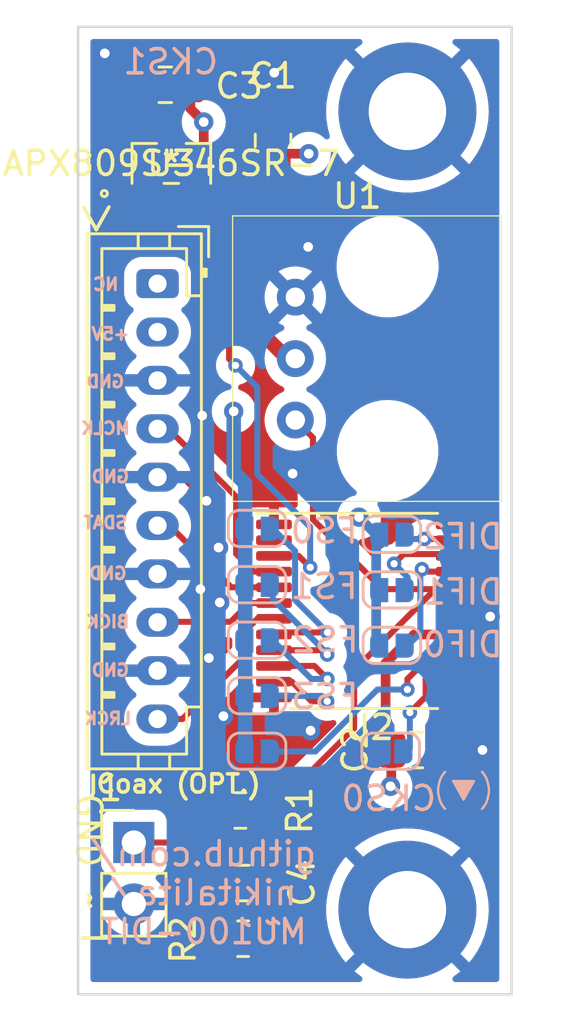
<source format=kicad_pcb>
(kicad_pcb (version 20211014) (generator pcbnew)
  (layers (0 "F.Cu" signal) (1 "In1.Cu" signal) (2 "In2.Cu" signal) (31 "B.Cu" signal) (34 "B.Paste" user) (35 "F.Paste" user) (36 "B.SilkS" user "B.Silkscreen") (37 "F.SilkS" user "F.Silkscreen") (38 "B.Mask" user) (39 "F.Mask" user) (44 "Edge.Cuts" user))
  (net 0 "")
  (net 1 "GND")
  (net 2 "+5V")
  (net 3 "/LRCK")
  (net 4 "/SDAT")
  (net 5 "/RESET")
  (net 6 "/MCLK")
  (net 7 "/FS0")
  (net 8 "/FS1")
  (net 9 "/FS2")
  (net 10 "/FS3")
  (net 11 "/TXP")
  (net 13 "/DIF0")
  (net 14 "/DIF1")
  (net 15 "/DIF2")
  (net 16 "/CKS0")
  (net 17 "/BICK")
  (net 20 "/CKS1")
  (net 23 "Net-(C4-Pad1)")
  (net 24 "Net-(C4-Pad2)")
  (footprint "Capacitor_SMD:C_0805_2012Metric_Pad1.18x1.45mm_HandSolder" (layer "F.Cu") (at 91.72 109.852 180)
    (fp_text reference "C2" (at 2.534 0.012 90) (layer "F.SilkS"))
    (fp_text value "0.1u/35V")
    (fp_line (start -0.261252 -0.735) (end 0.261252 -0.735) (layer "F.SilkS") (width 0.12))
    (fp_line (start -0.261252 0.735) (end 0.261252 0.735) (layer "F.SilkS") (width 0.12))
    (pad "1" smd roundrect (at -1.0375 0 180) (size 1.175 1.45) (layers "F.Cu" "F.Paste" "F.Mask") (roundrect_rratio 0.2127659574) (net 1 "GND"))
    (pad "2" smd roundrect (at 1.0375 0 180) (size 1.175 1.45) (layers "F.Cu" "F.Paste" "F.Mask") (roundrect_rratio 0.2127659574) (net 2 "+5V"))
  )
  (footprint "Connector_JST:JST_PH_B10B-PH-K_1x10_P2.00mm_Vertical" (layer "F.Cu") (at 81.03 90.572 -90)
    (fp_text reference "J1" (at 20.87 2.32 180) (layer "F.SilkS"))
    (fp_text value "Conn_01x10_Female")
    (fp_line (start 17.1 1.8) (end 17.1 2.3) (layer "F.SilkS") (width 0.12))
    (fp_line (start 2.9 2.3) (end 2.9 1.8) (layer "F.SilkS") (width 0.12))
    (fp_line (start 17 2.3) (end 17 1.8) (layer "F.SilkS") (width 0.12))
    (fp_line (start 10.9 2.3) (end 10.9 1.8) (layer "F.SilkS") (width 0.12))
    (fp_line (start 20.06 0.8) (end 19.45 0.8) (layer "F.SilkS") (width 0.12))
    (fp_line (start 0.5 -1.81) (end 0.5 -1.2) (layer "F.SilkS") (width 0.12))
    (fp_line (start 6.9 2.3) (end 6.9 1.8) (layer "F.SilkS") (width 0.12))
    (fp_line (start 6.9 1.8) (end 7.1 1.8) (layer "F.SilkS") (width 0.12))
    (fp_line (start 10.9 1.8) (end 11.1 1.8) (layer "F.SilkS") (width 0.12))
    (fp_line (start 16.9 2.3) (end 16.9 1.8) (layer "F.SilkS") (width 0.12))
    (fp_line (start 3.1 1.8) (end 3.1 2.3) (layer "F.SilkS") (width 0.12))
    (fp_line (start 12.9 1.8) (end 13.1 1.8) (layer "F.SilkS") (width 0.12))
    (fp_line (start 14.9 2.3) (end 14.9 1.8) (layer "F.SilkS") (width 0.12))
    (fp_line (start 1 2.3) (end 1 1.8) (layer "F.SilkS") (width 0.12))
    (fp_line (start 7.1 1.8) (end 7.1 2.3) (layer "F.SilkS") (width 0.12))
    (fp_line (start 16.9 1.8) (end 17.1 1.8) (layer "F.SilkS") (width 0.12))
    (fp_line (start 11 2.3) (end 11 1.8) (layer "F.SilkS") (width 0.12))
    (fp_line (start 20.06 2.91) (end 20.06 -1.81) (layer "F.SilkS") (width 0.12))
    (fp_line (start -2.06 -1.81) (end -2.06 2.91) (layer "F.SilkS") (width 0.12))
    (fp_line (start -2.06 2.91) (end 20.06 2.91) (layer "F.SilkS") (width 0.12))
    (fp_line (start 1.1 1.8) (end 1.1 2.3) (layer "F.SilkS") (width 0.12))
    (fp_line (start -2.36 -2.11) (end -2.36 -0.86) (layer "F.SilkS") (width 0.12))
    (fp_line (start -2.06 -0.5) (end -1.45 -0.5) (layer "F.SilkS") (width 0.12))
    (fp_line (start 5 2.3) (end 5 1.8) (layer "F.SilkS") (width 0.12))
    (fp_line (start 11.1 1.8) (end 11.1 2.3) (layer "F.SilkS") (width 0.12))
    (fp_line (start 15.1 1.8) (end 15.1 2.3) (layer "F.SilkS") (width 0.12))
    (fp_line (start 9 2.3) (end 9 1.8) (layer "F.SilkS") (width 0.12))
    (fp_line (start 3 2.3) (end 3 1.8) (layer "F.SilkS") (width 0.12))
    (fp_line (start 15 2.3) (end 15 1.8) (layer "F.SilkS") (width 0.12))
    (fp_line (start 8.9 1.8) (end 9.1 1.8) (layer "F.SilkS") (width 0.12))
    (fp_line (start 0.9 2.3) (end 0.9 1.8) (layer "F.SilkS") (width 0.12))
    (fp_line (start 14.9 1.8) (end 15.1 1.8) (layer "F.SilkS") (width 0.12))
    (fp_line (start -1.45 2.3) (end 19.45 2.3) (layer "F.SilkS") (width 0.12))
    (fp_line (start 4.9 1.8) (end 5.1 1.8) (layer "F.SilkS") (width 0.12))
    (fp_line (start 0.9 1.8) (end 1.1 1.8) (layer "F.SilkS") (width 0.12))
    (fp_line (start 4.9 2.3) (end 4.9 1.8) (layer "F.SilkS") (width 0.12))
    (fp_line (start 0.5 -1.2) (end -1.45 -1.2) (layer "F.SilkS") (width 0.12))
    (fp_line (start 13.1 1.8) (end 13.1 2.3) (layer "F.SilkS") (width 0.12))
    (fp_line (start -1.11 -2.11) (end -2.36 -2.11) (layer "F.SilkS") (width 0.12))
    (fp_line (start -0.3 -2.01) (end -0.6 -2.01) (layer "F.SilkS") (width 0.12))
    (fp_line (start -2.06 0.8) (end -1.45 0.8) (layer "F.SilkS") (width 0.12))
    (fp_line (start 12.9 2.3) (end 12.9 1.8) (layer "F.SilkS") (width 0.12))
    (fp_line (start 20.06 -0.5) (end 19.45 -0.5) (layer "F.SilkS") (width 0.12))
    (fp_line (start 19.45 2.3) (end 19.45 -1.2) (layer "F.SilkS") (width 0.12))
    (fp_line (start -1.45 -1.2) (end -1.45 2.3) (layer "F.SilkS") (width 0.12))
    (fp_line (start 9.1 1.8) (end 9.1 2.3) (layer "F.SilkS") (width 0.12))
    (fp_line (start 2.9 1.8) (end 3.1 1.8) (layer "F.SilkS") (width 0.12))
    (fp_line (start 8.9 2.3) (end 8.9 1.8) (layer "F.SilkS") (width 0.12))
    (fp_line (start -0.3 -1.91) (end -0.6 -1.91) (layer "F.SilkS") (width 0.12))
    (fp_line (start 20.06 -1.81) (end -2.06 -1.81) (layer "F.SilkS") (width 0.12))
    (fp_line (start 17.5 -1.2) (end 17.5 -1.81) (layer "F.SilkS") (width 0.12))
    (fp_line (start 5.1 1.8) (end 5.1 2.3) (layer "F.SilkS") (width 0.12))
    (fp_line (start 13 2.3) (end 13 1.8) (layer "F.SilkS") (width 0.12))
    (fp_line (start 7 2.3) (end 7 1.8) (layer "F.SilkS") (width 0.12))
    (fp_line (start -0.3 -1.81) (end -0.3 -2.01) (layer "F.SilkS") (width 0.12))
    (fp_line (start 19.45 -1.2) (end 17.5 -1.2) (layer "F.SilkS") (width 0.12))
    (fp_line (start -0.6 -2.01) (end -0.6 -1.81) (layer "F.SilkS") (width 0.12))
    (pad "1" thru_hole roundrect (at 0 0 270) (size 1.2 1.75) (drill 0.75) (layers *.Cu *.Mask) (roundrect_rratio 0.2083333333))
    (pad "2" thru_hole oval (at 2 0 270) (size 1.2 1.75) (drill 0.75) (layers *.Cu *.Mask) (net 2 "+5V"))
    (pad "3" thru_hole oval (at 4 0 270) (size 1.2 1.75) (drill 0.75) (layers *.Cu *.Mask) (net 1 "GND"))
    (pad "4" thru_hole oval (at 6 0 270) (size 1.2 1.75) (drill 0.75) (layers *.Cu *.Mask) (net 6 "/MCLK"))
    (pad "5" thru_hole oval (at 8 0 270) (size 1.2 1.75) (drill 0.75) (layers *.Cu *.Mask) (net 1 "GND"))
    (pad "6" thru_hole oval (at 10 0 270) (size 1.2 1.75) (drill 0.75) (layers *.Cu *.Mask) (net 4 "/SDAT"))
    (pad "7" thru_hole oval (at 12 0 270) (size 1.2 1.75) (drill 0.75) (layers *.Cu *.Mask) (net 1 "GND"))
    (pad "8" thru_hole oval (at 14 0 270) (size 1.2 1.75) (drill 0.75) (layers *.Cu *.Mask) (net 17 "/BICK"))
    (pad "9" thru_hole oval (at 16 0 270) (size 1.2 1.75) (drill 0.75) (layers *.Cu *.Mask) (net 1 "GND"))
    (pad "10" thru_hole oval (at 18 0 270) (size 1.2 1.75) (drill 0.75) (layers *.Cu *.Mask) (net 3 "/LRCK"))
  )
  (footprint "Package_SO:TSSOP-24_6.1x7.8mm_P0.65mm" (layer "F.Cu") (at 89.55 104.102)
    (fp_text reference "U2" (at 0.228 4.813573) (layer "F.SilkS"))
    (fp_text value "AK4103A")
    (fp_line (start 0 4.035) (end -3.05 4.035) (layer "F.SilkS") (width 0.12))
    (fp_line (start 0 4.035) (end 3.05 4.035) (layer "F.SilkS") (width 0.12))
    (fp_line (start 0 -4.035) (end 3.05 -4.035) (layer "F.SilkS") (width 0.12))
    (fp_line (start 0 -4.035) (end -4.45 -4.035) (layer "F.SilkS") (width 0.12))
    (pad "1" smd roundrect locked (at -3.7125 -3.575) (size 1.475 0.4) (layers "F.Cu" "F.Paste" "F.Mask") (net 1 "GND"))
    (pad "2" smd roundrect locked (at -3.7125 -2.925) (size 1.475 0.4) (layers "F.Cu" "F.Paste" "F.Mask") (net 1 "GND"))
    (pad "3" smd roundrect locked (at -3.7125 -2.275) (size 1.475 0.4) (layers "F.Cu" "F.Paste" "F.Mask") (net 5 "/RESET"))
    (pad "4" smd roundrect locked (at -3.7125 -1.625) (size 1.475 0.4) (layers "F.Cu" "F.Paste" "F.Mask") (net 6 "/MCLK"))
    (pad "5" smd roundrect locked (at -3.7125 -0.975) (size 1.475 0.4) (layers "F.Cu" "F.Paste" "F.Mask") (net 4 "/SDAT"))
    (pad "6" smd roundrect locked (at -3.7125 -0.325) (size 1.475 0.4) (layers "F.Cu" "F.Paste" "F.Mask") (net 17 "/BICK"))
    (pad "7" smd roundrect locked (at -3.7125 0.325) (size 1.475 0.4) (layers "F.Cu" "F.Paste" "F.Mask") (net 3 "/LRCK"))
    (pad "8" smd roundrect locked (at -3.7125 0.975) (size 1.475 0.4) (layers "F.Cu" "F.Paste" "F.Mask") (net 7 "/FS0"))
    (pad "9" smd roundrect locked (at -3.7125 1.625) (size 1.475 0.4) (layers "F.Cu" "F.Paste" "F.Mask") (net 8 "/FS1"))
    (pad "10" smd roundrect locked (at -3.7125 2.275) (size 1.475 0.4) (layers "F.Cu" "F.Paste" "F.Mask") (net 9 "/FS2"))
    (pad "11" smd roundrect locked (at -3.7125 2.925) (size 1.475 0.4) (layers "F.Cu" "F.Paste" "F.Mask") (net 10 "/FS3"))
    (pad "12" smd roundrect locked (at -3.7125 3.575) (size 1.475 0.4) (layers "F.Cu" "F.Paste" "F.Mask") (net 1 "GND"))
    (pad "13" smd roundrect locked (at 3.7125 3.575) (size 1.475 0.4) (layers "F.Cu" "F.Paste" "F.Mask"))
    (pad "14" smd roundrect locked (at 3.7125 2.925) (size 1.475 0.4) (layers "F.Cu" "F.Paste" "F.Mask"))
    (pad "15" smd roundrect locked (at 3.7125 2.275) (size 1.475 0.4) (layers "F.Cu" "F.Paste" "F.Mask") (net 16 "/CKS0"))
    (pad "16" smd roundrect locked (at 3.7125 1.625) (size 1.475 0.4) (layers "F.Cu" "F.Paste" "F.Mask") (net 20 "/CKS1"))
    (pad "17" smd roundrect locked (at 3.7125 0.975) (size 1.475 0.4) (layers "F.Cu" "F.Paste" "F.Mask") (net 2 "+5V"))
    (pad "18" smd roundrect locked (at 3.7125 0.325) (size 1.475 0.4) (layers "F.Cu" "F.Paste" "F.Mask") (net 1 "GND"))
    (pad "19" smd roundrect locked (at 3.7125 -0.325) (size 1.475 0.4) (layers "F.Cu" "F.Paste" "F.Mask"))
    (pad "20" smd roundrect locked (at 3.7125 -0.975) (size 1.475 0.4) (layers "F.Cu" "F.Paste" "F.Mask") (net 11 "/TXP"))
    (pad "21" smd roundrect locked (at 3.7125 -1.625) (size 1.475 0.4) (layers "F.Cu" "F.Paste" "F.Mask") (net 13 "/DIF0"))
    (pad "22" smd roundrect locked (at 3.7125 -2.275) (size 1.475 0.4) (layers "F.Cu" "F.Paste" "F.Mask") (net 14 "/DIF1"))
    (pad "23" smd roundrect locked (at 3.7125 -2.925) (size 1.475 0.4) (layers "F.Cu" "F.Paste" "F.Mask") (net 15 "/DIF2"))
    (pad "24" smd roundrect locked (at 3.7125 -3.575) (size 1.475 0.4) (layers "F.Cu" "F.Paste" "F.Mask"))
  )
  (footprint "MountingHole:MountingHole_3.2mm_M3_ISO7380_Pad_TopBottom" (layer "F.Cu") (at 91.35 83.452)
    (fp_text reference "H1" hide)
    (fp_text value "MountingHole_Pad")
    (pad "1" connect circle (at 0 0) (size 5.7 5.7) (layers "F.Cu" "F.Mask") (net 1 "GND"))
    (pad "1" connect circle (at 0 0) (size 5.7 5.7) (layers "B.Cu" "B.Mask") (net 1 "GND"))
    (pad "1" thru_hole circle (at 0 0) (size 3.6 3.6) (drill 3.2) (layers *.Cu *.Mask) (net 1 "GND"))
  )
  (footprint "Capacitor_SMD:C_0805_2012Metric_Pad1.18x1.45mm_HandSolder" (layer "F.Cu") (at 81.35 82.352)
    (fp_text reference "C3" (at 3.05 0.05) (layer "F.SilkS"))
    (fp_text value "0.1u/35V")
    (fp_line (start -0.261252 -0.735) (end 0.261252 -0.735) (layer "F.SilkS") (width 0.12))
    (fp_line (start -0.261252 0.735) (end 0.261252 0.735) (layer "F.SilkS") (width 0.12))
    (pad "1" smd roundrect (at -1.0375 0) (size 1.175 1.45) (layers "F.Cu" "F.Paste" "F.Mask") (roundrect_rratio 0.2127659574) (net 1 "GND"))
    (pad "2" smd roundrect (at 1.0375 0) (size 1.175 1.45) (layers "F.Cu" "F.Paste" "F.Mask") (roundrect_rratio 0.2127659574) (net 2 "+5V"))
  )
  (footprint "footprints:Toshiba_TOTX177" (layer "F.Cu") (at 89.09 89.852 -90)
    (fp_text reference "U1" (at -2.9 -0.19) (layer "F.SilkS"))
    (fp_text value "TOTX-177L")
    (fp_rect (start -2.08 -6.14) (end 9.72 4.96) (layer "F.SilkS") (width 0.05) (fill none))
    (pad "" np_thru_hole circle (at 0.01 -1.44 270) (size 3.2 3.2) (drill 3.2) (layers *.Cu *.Mask))
    (pad "" np_thru_hole circle (at 7.63 -1.44 270) (size 3.2 3.2) (drill 3.2) (layers F&B.Cu *.Mask) (clearance 0.5))
    (pad "1" thru_hole circle (at 1.28 2.37 270) (size 1.524 1.524) (drill 0.8) (layers *.Cu *.Mask) (net 1 "GND"))
    (pad "2" thru_hole circle (at 3.82 2.37 270) (size 1.524 1.524) (drill 0.8) (layers *.Cu *.Mask) (net 2 "+5V"))
    (pad "3" thru_hole circle (at 6.36 2.37 270) (size 1.524 1.524) (drill 0.8) (layers *.Cu *.Mask) (net 11 "/TXP"))
  )
  (footprint "APX809S:APX809S-46SA-7" (layer "F.Cu") (at 81.6 85.602)
    (fp_text reference "U3" (at 0 0) (layer "F.SilkS"))
    (fp_text value "APX809S-46SR-7" (at 0 0) (layer "F.SilkS"))
    (fp_text user "*" (at 0 0) (layer "F.SilkS"))
    (fp_line (start -0.61214 -0.8255) (end -1.6256 -0.8255) (layer "F.SilkS") (width 0.12))
    (fp_line (start 1.6256 -0.8255) (end 0.61214 -0.8255) (layer "F.SilkS") (width 0.12))
    (fp_line (start 1.6256 0.8255) (end 1.6256 -0.8255) (layer "F.SilkS") (width 0.12))
    (fp_line (start -1.6256 -0.8255) (end -1.6256 0.8255) (layer "F.SilkS") (width 0.12))
    (fp_line (start -0.302859 0.8255) (end 0.302859 0.8255) (layer "F.SilkS") (width 0.12))
    (fp_circle (center -2.7686 1.2446) (end -2.6416 1.2446) (layer "F.SilkS") (width 0.12) (fill none))
    (pad "1" smd rect locked (at -0.914999 0.9652) (size 0.5588 1.27) (layers "F.Cu" "F.Paste" "F.Mask") (net 5 "/RESET"))
    (pad "2" smd rect locked (at 0.914999 0.9652) (size 0.5588 1.27) (layers "F.Cu" "F.Paste" "F.Mask") (net 1 "GND"))
    (pad "3" smd rect locked (at 0 -0.9652) (size 0.5588 1.27) (layers "F.Cu" "F.Paste" "F.Mask") (net 2 "+5V"))
  )
  (footprint "Capacitor_SMD:C_0805_2012Metric_Pad1.18x1.45mm_HandSolder" (layer "F.Cu") (at 85.8 84.652 -90)
    (fp_text reference "C1" (at -2.672 0) (layer "F.SilkS"))
    (fp_text value "0.1u/35V")
    (fp_line (start -0.261252 -0.735) (end 0.261252 -0.735) (layer "F.SilkS") (width 0.12))
    (fp_line (start -0.261252 0.735) (end 0.261252 0.735) (layer "F.SilkS") (width 0.12))
    (pad "1" smd roundrect (at -1.0375 0 270) (size 1.175 1.45) (layers "F.Cu" "F.Paste" "F.Mask") (roundrect_rratio 0.2127659574) (net 1 "GND"))
    (pad "2" smd roundrect (at 1.0375 0 270) (size 1.175 1.45) (layers "F.Cu" "F.Paste" "F.Mask") (roundrect_rratio 0.2127659574) (net 2 "+5V"))
  )
  (footprint "MountingHole:MountingHole_3.2mm_M3_ISO7380_Pad_TopBottom" (layer "F.Cu") (at 91.35 116.452)
    (fp_text reference "H2" hide)
    (fp_text value "MountingHole_Pad")
    (pad "1" connect circle (at 0 0) (size 5.7 5.7) (layers "B.Cu" "B.Mask") (net 1 "GND"))
    (pad "1" connect circle (at 0 0) (size 5.7 5.7) (layers "F.Cu" "F.Mask") (net 1 "GND"))
    (pad "1" thru_hole circle (at 0 0) (size 3.6 3.6) (drill 3.2) (layers *.Cu *.Mask) (net 1 "GND"))
  )
  (footprint "Connector_PinHeader_2.54mm:PinHeader_1x02_P2.54mm_Vertical" (layer "F.Cu") (at 80.05 113.677)
    (fp_text reference "J2" hide)
    (fp_text value "Conn_01x02_Male")
    (fp_line (start -1.33 3.87) (end 1.33 3.87) (layer "F.SilkS") (width 0.12))
    (fp_line (start -1.33 0) (end -1.33 -1.33) (layer "F.SilkS") (width 0.12))
    (fp_line (start 1.33 1.27) (end 1.33 3.87) (layer "F.SilkS") (width 0.12))
    (fp_line (start -1.33 -1.33) (end 0 -1.33) (layer "F.SilkS") (width 0.12))
    (fp_line (start -1.33 1.27) (end -1.33 3.87) (layer "F.SilkS") (width 0.12))
    (fp_line (start -1.33 1.27) (end 1.33 1.27) (layer "F.SilkS") (width 0.12))
    (pad "1" thru_hole rect (at 0 0) (size 1.7 1.7) (drill 1) (layers *.Cu *.Mask) (net 24 "Net-(C4-Pad2)"))
    (pad "2" thru_hole oval (at 0 2.54) (size 1.7 1.7) (drill 1) (layers *.Cu *.Mask) (net 1 "GND"))
  )
  (footprint "Capacitor_SMD:C_0805_2012Metric_Pad1.18x1.45mm_HandSolder" (layer "F.Cu") (at 84.55 115.352 180)
    (fp_text reference "C4" (at -2.448572 0 90) (layer "F.SilkS"))
    (fp_text value "0.1u/35V")
    (fp_line (start -0.261252 0.735) (end 0.261252 0.735) (layer "F.SilkS") (width 0.12))
    (fp_line (start -0.261252 -0.735) (end 0.261252 -0.735) (layer "F.SilkS") (width 0.12))
    (pad "1" smd roundrect (at -1.0375 0 180) (size 1.175 1.45) (layers "F.Cu" "F.Paste" "F.Mask") (roundrect_rratio 0.2127659574) (net 23 "Net-(C4-Pad1)"))
    (pad "2" smd roundrect (at 1.0375 0 180) (size 1.175 1.45) (layers "F.Cu" "F.Paste" "F.Mask") (roundrect_rratio 0.2127659574) (net 24 "Net-(C4-Pad2)"))
  )
  (footprint "Resistor_SMD:R_0805_2012Metric_Pad1.20x1.40mm_HandSolder" (layer "F.Cu") (at 84.564 117.652)
    (fp_text reference "R2" (at -2.478572 0.05 90) (layer "F.SilkS"))
    (fp_text value "100")
    (fp_line (start -0.227064 -0.735) (end 0.227064 -0.735) (layer "F.SilkS") (width 0.12))
    (fp_line (start -0.227064 0.735) (end 0.227064 0.735) (layer "F.SilkS") (width 0.12))
    (pad "1" smd roundrect (at -1 0) (size 1.2 1.4) (layers "F.Cu" "F.Paste" "F.Mask") (roundrect_rratio 0.2083333333) (net 1 "GND"))
    (pad "2" smd roundrect (at 1 0) (size 1.2 1.4) (layers "F.Cu" "F.Paste" "F.Mask") (roundrect_rratio 0.2083333333) (net 23 "Net-(C4-Pad1)"))
  )
  (footprint "Resistor_SMD:R_0805_2012Metric_Pad1.20x1.40mm_HandSolder" (layer "F.Cu") (at 84.45 112.352 180)
    (fp_text reference "R1" (at -2.448572 0 90) (layer "F.SilkS"))
    (fp_text value "330")
    (fp_line (start -0.227064 0.735) (end 0.227064 0.735) (layer "F.SilkS") (width 0.12))
    (fp_line (start -0.227064 -0.735) (end 0.227064 -0.735) (layer "F.SilkS") (width 0.12))
    (pad "1" smd roundrect (at -1 0 180) (size 1.2 1.4) (layers "F.Cu" "F.Paste" "F.Mask") (roundrect_rratio 0.2083333333) (net 11 "/TXP"))
    (pad "2" smd roundrect (at 1 0 180) (size 1.2 1.4) (layers "F.Cu" "F.Paste" "F.Mask") (roundrect_rratio 0.2083333333) (net 23 "Net-(C4-Pad1)"))
  )
  (footprint "footprints:SolderJumper-Open_RoundedPad-custom" (layer "B.Cu") (at 85.14 105.312)
    (fp_text reference "JP3" hide)
    (fp_text value "Jumper_NO_Small")
    (fp_line (start -1.19 -0.26) (end -1.19 0.34) (layer "B.SilkS") (width 0.12))
    (fp_line (start -0.7 0.75) (end 0.76 0.75) (layer "B.SilkS") (width 0.12))
    (fp_line (start 0.7 -0.75) (end -0.78 -0.75) (layer "B.SilkS") (width 0.12))
    (fp_line (start 1.18706 0.257661) (end 1.18706 -0.342339) (layer "B.SilkS") (width 0.12))
    (fp_arc (start 1.189342 0.255081) (mid 1.07706 0.577661) (end 0.779342 0.745081) (layer "B.SilkS") (width 0.12))
    (fp_arc (start -1.192282 -0.25742) (mid -1.08 -0.58) (end -0.782282 -0.74742) (layer "B.SilkS") (width 0.12))
    (fp_arc (start 0.69706 -0.752339) (mid 1.01964 -0.640057) (end 1.18706 -0.342339) (layer "B.SilkS") (width 0.12))
    (fp_arc (start -0.7 0.75) (mid -1.02258 0.637718) (end -1.19 0.34) (layer "B.SilkS") (width 0.12))
    (pad "1" smd custom (at -0.65 0.01) (size 0.5 0.5) (layers "B.Cu" "B.Mask") (net 2 "+5V") (options (clearance outline) (anchor rect)) (primitives (gr_circle (center 0 -0.25) (end 0.25 -0.25) (width 0) (fill yes)) (gr_circle (center 0 0.25) (end 0.25 0.25) (width 0) (fill yes)) (gr_poly (pts (xy 0.5 0.5) (xy 0 0.5) (xy 0 -0.5) (xy 0.5 -0.5)) (width 0) (fill yes))))
    (pad "2" smd custom (at 0.65 0.01 180) (size 0.5 0.5) (layers "B.Cu" "B.Mask") (net 9 "/FS2") (options (clearance outline) (anchor rect)) (primitives (gr_circle (center 0 -0.25) (end 0.25 -0.25) (width 0) (fill yes)) (gr_circle (center 0 0.25) (end 0.25 0.25) (width 0) (fill yes)) (gr_poly (pts (xy 0.5 0.5) (xy 0 0.5) (xy 0 -0.5) (xy 0.5 -0.5)) (width 0) (fill yes))))
  )
  (footprint "footprints:SolderJumper-Open_RoundedPad-custom" (layer "B.Cu") (at 85.14 109.902)
    (fp_text reference "JP9" hide)
    (fp_text value "Jumper_NO_Small")
    (fp_line (start 0.7 -0.75) (end -0.78 -0.75) (layer "B.SilkS") (width 0.12))
    (fp_line (start -0.7 0.75) (end 0.76 0.75) (layer "B.SilkS") (width 0.12))
    (fp_line (start 1.18706 0.257661) (end 1.18706 -0.342339) (layer "B.SilkS") (width 0.12))
    (fp_line (start -1.19 -0.26) (end -1.19 0.34) (layer "B.SilkS") (width 0.12))
    (fp_arc (start 0.69706 -0.752339) (mid 1.01964 -0.640057) (end 1.18706 -0.342339) (layer "B.SilkS") (width 0.12))
    (fp_arc (start 1.189342 0.255081) (mid 1.07706 0.577661) (end 0.779342 0.745081) (layer "B.SilkS") (width 0.12))
    (fp_arc (start -1.192282 -0.25742) (mid -1.08 -0.58) (end -0.782282 -0.74742) (layer "B.SilkS") (width 0.12))
    (fp_arc (start -0.7 0.75) (mid -1.02258 0.637718) (end -1.19 0.34) (layer "B.SilkS") (width 0.12))
    (pad "1" smd custom (at -0.65 0.01) (size 0.5 0.5) (layers "B.Cu" "B.Mask") (net 2 "+5V") (options (clearance outline) (anchor rect)) (primitives (gr_circle (center 0 -0.25) (end 0.25 -0.25) (width 0) (fill yes)) (gr_circle (center 0 0.25) (end 0.25 0.25) (width 0) (fill yes)) (gr_poly (pts (xy 0.5 0.5) (xy 0 0.5) (xy 0 -0.5) (xy 0.5 -0.5)) (width 0) (fill yes))))
    (pad "2" smd custom (at 0.65 0.01 180) (size 0.5 0.5) (layers "B.Cu" "B.Mask") (net 20 "/CKS1") (options (clearance outline) (anchor rect)) (primitives (gr_circle (center 0 -0.25) (end 0.25 -0.25) (width 0) (fill yes)) (gr_circle (center 0 0.25) (end 0.25 0.25) (width 0) (fill yes)) (gr_poly (pts (xy 0.5 0.5) (xy 0 0.5) (xy 0 -0.5) (xy 0.5 -0.5)) (width 0) (fill yes))))
  )
  (footprint "footprints:SolderJumper-Open_RoundedPad-custom" (layer "B.Cu") (at 85.14 103.017)
    (fp_text reference "JP2" hide)
    (fp_text value "Jumper_NO_Small")
    (fp_line (start -0.7 0.75) (end 0.76 0.75) (layer "B.SilkS") (width 0.12))
    (fp_line (start 1.18706 0.257661) (end 1.18706 -0.342339) (layer "B.SilkS") (width 0.12))
    (fp_line (start 0.7 -0.75) (end -0.78 -0.75) (layer "B.SilkS") (width 0.12))
    (fp_line (start -1.19 -0.26) (end -1.19 0.34) (layer "B.SilkS") (width 0.12))
    (fp_arc (start 0.69706 -0.752339) (mid 1.01964 -0.640057) (end 1.18706 -0.342339) (layer "B.SilkS") (width 0.12))
    (fp_arc (start -0.7 0.75) (mid -1.02258 0.637718) (end -1.19 0.34) (layer "B.SilkS") (width 0.12))
    (fp_arc (start 1.189342 0.255081) (mid 1.07706 0.577661) (end 0.779342 0.745081) (layer "B.SilkS") (width 0.12))
    (fp_arc (start -1.192282 -0.25742) (mid -1.08 -0.58) (end -0.782282 -0.74742) (layer "B.SilkS") (width 0.12))
    (pad "1" smd custom (at -0.65 0.01) (size 0.5 0.5) (layers "B.Cu" "B.Mask") (net 2 "+5V") (options (clearance outline) (anchor rect)) (primitives (gr_circle (center 0 -0.25) (end 0.25 -0.25) (width 0) (fill yes)) (gr_circle (center 0 0.25) (end 0.25 0.25) (width 0) (fill yes)) (gr_poly (pts (xy 0.5 0.5) (xy 0 0.5) (xy 0 -0.5) (xy 0.5 -0.5)) (width 0) (fill yes))))
    (pad "2" smd custom (at 0.65 0.01 180) (size 0.5 0.5) (layers "B.Cu" "B.Mask") (net 8 "/FS1") (options (clearance outline) (anchor rect)) (primitives (gr_circle (center 0 -0.25) (end 0.25 -0.25) (width 0) (fill yes)) (gr_circle (center 0 0.25) (end 0.25 0.25) (width 0) (fill yes)) (gr_poly (pts (xy 0.5 0.5) (xy 0 0.5) (xy 0 -0.5) (xy 0.5 -0.5)) (width 0) (fill yes))))
  )
  (footprint "footprints:SolderJumper-Open_RoundedPad-custom" (layer "B.Cu") (at 90.71 100.937)
    (fp_text reference "JP7" hide)
    (fp_text value "Jumper_NO_Small")
    (fp_line (start 0.7 -0.75) (end -0.78 -0.75) (layer "B.SilkS") (width 0.12))
    (fp_line (start 1.18706 0.257661) (end 1.18706 -0.342339) (layer "B.SilkS") (width 0.12))
    (fp_line (start -1.19 -0.26) (end -1.19 0.34) (layer "B.SilkS") (width 0.12))
    (fp_line (start -0.7 0.75) (end 0.76 0.75) (layer "B.SilkS") (width 0.12))
    (fp_arc (start -1.192282 -0.25742) (mid -1.08 -0.58) (end -0.782282 -0.74742) (layer "B.SilkS") (width 0.12))
    (fp_arc (start -0.7 0.75) (mid -1.02258 0.637718) (end -1.19 0.34) (layer "B.SilkS") (width 0.12))
    (fp_arc (start 1.189342 0.255081) (mid 1.07706 0.577661) (end 0.779342 0.745081) (layer "B.SilkS") (width 0.12))
    (fp_arc (start 0.69706 -0.752339) (mid 1.01964 -0.640057) (end 1.18706 -0.342339) (layer "B.SilkS") (width 0.12))
    (pad "1" smd custom (at -0.65 0.01) (size 0.5 0.5) (layers "B.Cu" "B.Mask") (net 2 "+5V") (options (clearance outline) (anchor rect)) (primitives (gr_circle (center 0 -0.25) (end 0.25 -0.25) (width 0) (fill yes)) (gr_circle (center 0 0.25) (end 0.25 0.25) (width 0) (fill yes)) (gr_poly (pts (xy 0.5 0.5) (xy 0 0.5) (xy 0 -0.5) (xy 0.5 -0.5)) (width 0) (fill yes))))
    (pad "2" smd custom (at 0.65 0.01 180) (size 0.5 0.5) (layers "B.Cu" "B.Mask") (net 15 "/DIF2") (options (clearance outline) (anchor rect)) (primitives (gr_circle (center 0 -0.25) (end 0.25 -0.25) (width 0) (fill yes)) (gr_circle (center 0 0.25) (end 0.25 0.25) (width 0) (fill yes)) (gr_poly (pts (xy 0.5 0.5) (xy 0 0.5) (xy 0 -0.5) (xy 0.5 -0.5)) (width 0) (fill yes))))
  )
  (footprint "footprints:SolderJumper-Open_RoundedPad-custom" (layer "B.Cu") (at 85.14 100.692)
    (fp_text reference "JP1" hide)
    (fp_text value "Jumper_NO_Small")
    (fp_line (start -0.7 0.75) (end 0.76 0.75) (layer "B.SilkS") (width 0.12))
    (fp_line (start 1.18706 0.257661) (end 1.18706 -0.342339) (layer "B.SilkS") (width 0.12))
    (fp_line (start -1.19 -0.26) (end -1.19 0.34) (layer "B.SilkS") (width 0.12))
    (fp_line (start 0.7 -0.75) (end -0.78 -0.75) (layer "B.SilkS") (width 0.12))
    (fp_arc (start -1.192282 -0.25742) (mid -1.08 -0.58) (end -0.782282 -0.74742) (layer "B.SilkS") (width 0.12))
    (fp_arc (start 0.69706 -0.752339) (mid 1.01964 -0.640057) (end 1.18706 -0.342339) (layer "B.SilkS") (width 0.12))
    (fp_arc (start -0.7 0.75) (mid -1.02258 0.637718) (end -1.19 0.34) (layer "B.SilkS") (width 0.12))
    (fp_arc (start 1.189342 0.255081) (mid 1.07706 0.577661) (end 0.779342 0.745081) (layer "B.SilkS") (width 0.12))
    (pad "1" smd custom (at -0.65 0.01) (size 0.5 0.5) (layers "B.Cu" "B.Mask") (net 2 "+5V") (options (clearance outline) (anchor rect)) (primitives (gr_circle (center 0 -0.25) (end 0.25 -0.25) (width 0) (fill yes)) (gr_circle (center 0 0.25) (end 0.25 0.25) (width 0) (fill yes)) (gr_poly (pts (xy 0.5 0.5) (xy 0 0.5) (xy 0 -0.5) (xy 0.5 -0.5)) (width 0) (fill yes))))
    (pad "2" smd custom (at 0.65 0.01 180) (size 0.5 0.5) (layers "B.Cu" "B.Mask") (net 7 "/FS0") (options (clearance outline) (anchor rect)) (primitives (gr_circle (center 0 -0.25) (end 0.25 -0.25) (width 0) (fill yes)) (gr_circle (center 0 0.25) (end 0.25 0.25) (width 0) (fill yes)) (gr_poly (pts (xy 0.5 0.5) (xy 0 0.5) (xy 0 -0.5) (xy 0.5 -0.5)) (width 0) (fill yes))))
  )
  (footprint "footprints:SolderJumper-Open_RoundedPad-custom" (layer "B.Cu") (at 90.71 103.232)
    (fp_text reference "JP6" hide)
    (fp_text value "Jumper_NO_Small")
    (fp_line (start -0.7 0.75) (end 0.76 0.75) (layer "B.SilkS") (width 0.12))
    (fp_line (start -1.19 -0.26) (end -1.19 0.34) (layer "B.SilkS") (width 0.12))
    (fp_line (start 1.18706 0.257661) (end 1.18706 -0.342339) (layer "B.SilkS") (width 0.12))
    (fp_line (start 0.7 -0.75) (end -0.78 -0.75) (layer "B.SilkS") (width 0.12))
    (fp_arc (start -0.7 0.75) (mid -1.02258 0.637718) (end -1.19 0.34) (layer "B.SilkS") (width 0.12))
    (fp_arc (start 0.69706 -0.752339) (mid 1.01964 -0.640057) (end 1.18706 -0.342339) (layer "B.SilkS") (width 0.12))
    (fp_arc (start 1.189342 0.255081) (mid 1.07706 0.577661) (end 0.779342 0.745081) (layer "B.SilkS") (width 0.12))
    (fp_arc (start -1.192282 -0.25742) (mid -1.08 -0.58) (end -0.782282 -0.74742) (layer "B.SilkS") (width 0.12))
    (pad "1" smd custom (at -0.65 0.01) (size 0.5 0.5) (layers "B.Cu" "B.Mask") (net 2 "+5V") (options (clearance outline) (anchor rect)) (primitives (gr_circle (center 0 -0.25) (end 0.25 -0.25) (width 0) (fill yes)) (gr_circle (center 0 0.25) (end 0.25 0.25) (width 0) (fill yes)) (gr_poly (pts (xy 0.5 0.5) (xy 0 0.5) (xy 0 -0.5) (xy 0.5 -0.5)) (width 0) (fill yes))))
    (pad "2" smd custom (at 0.65 0.01 180) (size 0.5 0.5) (layers "B.Cu" "B.Mask") (net 14 "/DIF1") (options (clearance outline) (anchor rect)) (primitives (gr_circle (center 0 -0.25) (end 0.25 -0.25) (width 0) (fill yes)) (gr_circle (center 0 0.25) (end 0.25 0.25) (width 0) (fill yes)) (gr_poly (pts (xy 0.5 0.5) (xy 0 0.5) (xy 0 -0.5) (xy 0.5 -0.5)) (width 0) (fill yes))))
  )
  (footprint "footprints:SolderJumper-Open_RoundedPad-custom" (layer "B.Cu") (at 90.66 109.902)
    (fp_text reference "JP8" hide)
    (fp_text value "Jumper_NO_Small")
    (fp_line (start -1.19 -0.26) (end -1.19 0.34) (layer "B.SilkS") (width 0.12))
    (fp_line (start 1.18706 0.257661) (end 1.18706 -0.342339) (layer "B.SilkS") (width 0.12))
    (fp_line (start 0.7 -0.75) (end -0.78 -0.75) (layer "B.SilkS") (width 0.12))
    (fp_line (start -0.7 0.75) (end 0.76 0.75) (layer "B.SilkS") (width 0.12))
    (fp_arc (start -1.192282 -0.25742) (mid -1.08 -0.58) (end -0.782282 -0.74742) (layer "B.SilkS") (width 0.12))
    (fp_arc (start -0.7 0.75) (mid -1.02258 0.637718) (end -1.19 0.34) (layer "B.SilkS") (width 0.12))
    (fp_arc (start 1.189342 0.255081) (mid 1.07706 0.577661) (end 0.779342 0.745081) (layer "B.SilkS") (width 0.12))
    (fp_arc (start 0.69706 -0.752339) (mid 1.01964 -0.640057) (end 1.18706 -0.342339) (layer "B.SilkS") (width 0.12))
    (pad "1" smd custom (at -0.65 0.01) (size 0.5 0.5) (layers "B.Cu" "B.Mask") (net 1 "GND") (options (clearance outline) (anchor rect)) (primitives (gr_circle (center 0 -0.25) (end 0.25 -0.25) (width 0) (fill yes)) (gr_circle (center 0 0.25) (end 0.25 0.25) (width 0) (fill yes)) (gr_poly (pts (xy 0.5 0.5) (xy 0 0.5) (xy 0 -0.5) (xy 0.5 -0.5)) (width 0) (fill yes))))
    (pad "2" smd custom (at 0.65 0.01 180) (size 0.5 0.5) (layers "B.Cu" "B.Mask") (net 16 "/CKS0") (options (clearance outline) (anchor rect)) (primitives (gr_circle (center 0 -0.25) (end 0.25 -0.25) (width 0) (fill yes)) (gr_circle (center 0 0.25) (end 0.25 0.25) (width 0) (fill yes)) (gr_poly (pts (xy 0.5 0.5) (xy 0 0.5) (xy 0 -0.5) (xy 0.5 -0.5)) (width 0) (fill yes))))
  )
  (footprint "footprints:SolderJumper-Open_RoundedPad-custom" (layer "B.Cu") (at 90.71 105.527)
    (fp_text reference "JP5" hide)
    (fp_text value "Jumper_NO_Small")
    (fp_line (start -1.19 -0.26) (end -1.19 0.34) (layer "B.SilkS") (width 0.12))
    (fp_line (start 0.7 -0.75) (end -0.78 -0.75) (layer "B.SilkS") (width 0.12))
    (fp_line (start -0.7 0.75) (end 0.76 0.75) (layer "B.SilkS") (width 0.12))
    (fp_line (start 1.18706 0.257661) (end 1.18706 -0.342339) (layer "B.SilkS") (width 0.12))
    (fp_arc (start -1.192282 -0.25742) (mid -1.08 -0.58) (end -0.782282 -0.74742) (layer "B.SilkS") (width 0.12))
    (fp_arc (start 1.189342 0.255081) (mid 1.07706 0.577661) (end 0.779342 0.745081) (layer "B.SilkS") (width 0.12))
    (fp_arc (start 0.69706 -0.752339) (mid 1.01964 -0.640057) (end 1.18706 -0.342339) (layer "B.SilkS") (width 0.12))
    (fp_arc (start -0.7 0.75) (mid -1.02258 0.637718) (end -1.19 0.34) (layer "B.SilkS") (width 0.12))
    (pad "1" smd custom (at -0.65 0.01) (size 0.5 0.5) (layers "B.Cu" "B.Mask") (net 2 "+5V") (options (clearance outline) (anchor rect)) (primitives (gr_circle (center 0 -0.25) (end 0.25 -0.25) (width 0) (fill yes)) (gr_circle (center 0 0.25) (end 0.25 0.25) (width 0) (fill yes)) (gr_poly (pts (xy 0.5 0.5) (xy 0 0.5) (xy 0 -0.5) (xy 0.5 -0.5)) (width 0) (fill yes))))
    (pad "2" smd custom (at 0.65 0.01 180) (size 0.5 0.5) (layers "B.Cu" "B.Mask") (net 13 "/DIF0") (options (clearance outline) (anchor rect)) (primitives (gr_circle (center 0 -0.25) (end 0.25 -0.25) (width 0) (fill yes)) (gr_circle (center 0 0.25) (end 0.25 0.25) (width 0) (fill yes)) (gr_poly (pts (xy 0.5 0.5) (xy 0 0.5) (xy 0 -0.5) (xy 0.5 -0.5)) (width 0) (fill yes))))
  )
  (footprint "footprints:SolderJumper-Open_RoundedPad-custom" (layer "B.Cu") (at 85.14 107.607)
    (fp_text reference "JP4" hide)
    (fp_text value "Jumper_NO_Small")
    (fp_line (start -1.19 -0.26) (end -1.19 0.34) (layer "B.SilkS") (width 0.12))
    (fp_line (start -0.7 0.75) (end 0.76 0.75) (layer "B.SilkS") (width 0.12))
    (fp_line (start 0.7 -0.75) (end -0.78 -0.75) (layer "B.SilkS") (width 0.12))
    (fp_line (start 1.18706 0.257661) (end 1.18706 -0.342339) (layer "B.SilkS") (width 0.12))
    (fp_arc (start -0.7 0.75) (mid -1.02258 0.637718) (end -1.19 0.34) (layer "B.SilkS") (width 0.12))
    (fp_arc (start -1.192282 -0.25742) (mid -1.08 -0.58) (end -0.782282 -0.74742) (layer "B.SilkS") (width 0.12))
    (fp_arc (start 1.189342 0.255081) (mid 1.07706 0.577661) (end 0.779342 0.745081) (layer "B.SilkS") (width 0.12))
    (fp_arc (start 0.69706 -0.752339) (mid 1.01964 -0.640057) (end 1.18706 -0.342339) (layer "B.SilkS") (width 0.12))
    (pad "1" smd custom (at -0.65 0.01) (size 0.5 0.5) (layers "B.Cu" "B.Mask") (net 2 "+5V") (options (clearance outline) (anchor rect)) (primitives (gr_circle (center 0 -0.25) (end 0.25 -0.25) (width 0) (fill yes)) (gr_circle (center 0 0.25) (end 0.25 0.25) (width 0) (fill yes)) (gr_poly (pts (xy 0.5 0.5) (xy 0 0.5) (xy 0 -0.5) (xy 0.5 -0.5)) (width 0) (fill yes))))
    (pad "2" smd custom (at 0.65 0.01 180) (size 0.5 0.5) (layers "B.Cu" "B.Mask") (net 10 "/FS3") (options (clearance outline) (anchor rect)) (primitives (gr_circle (center 0 -0.25) (end 0.25 -0.25) (width 0) (fill yes)) (gr_circle (center 0 0.25) (end 0.25 0.25) (width 0) (fill yes)) (gr_poly (pts (xy 0.5 0.5) (xy 0 0.5) (xy 0 -0.5) (xy 0.5 -0.5)) (width 0) (fill yes))))
  )
  (gr_line (start 79.02 87.407) (end 78.5 88.337) (layer "F.SilkS") (width 0.15))
  (gr_line (start 78.96 117.624) (end 77.92 117.624) (layer "F.SilkS") (width 0.15))
  (gr_line (start 77.98 87.412) (end 78.5 88.342) (layer "F.SilkS") (width 0.15))
  (gr_rect (start 77.75 79.952) (end 95.65 119.952) (layer "Edge.Cuts") (width 0.1) (fill none))
  (gr_text "GND" (at 78.88 94.622) (layer "B.SilkS") (effects (font (size 0.5 0.5)) (justify mirror)))
  (gr_text "GND" (at 79.08 106.552) (layer "B.SilkS") (effects (font (size 0.5 0.5)) (justify mirror)))
  (gr_text "LRCK" (at 78.98 108.552) (layer "B.SilkS") (effects (font (size 0.5 0.5)) (justify mirror)))
  (gr_text "CKS0" (at 90.58 111.852) (layer "B.SilkS") (effects (font (size 1 1)) (justify mirror)))
  (gr_text "(▼)" (at 93.667978 111.443173) (layer "B.SilkS") (effects (font (size 1 1) (thickness 0.1)) (justify mirror)))
  (gr_text "DIF0" (at 93.629524 105.495) (layer "B.SilkS") (effects (font (size 1 1)) (justify mirror)))
  (gr_text "DIF2" (at 93.629524 101.034) (layer "B.SilkS") (effects (font (size 1 1)) (justify mirror)))
  (gr_text "MCLK" (at 78.88 96.552) (layer "B.SilkS") (effects (font (size 0.5 0.5)) (justify mirror)))
  (gr_text "BICK" (at 78.98 104.552) (layer "B.SilkS") (effects (font (size 0.5 0.5)) (justify mirror)))
  (gr_text "GND" (at 78.98 102.552) (layer "B.SilkS") (effects (font (size 0.5 0.5)) (justify mirror)))
  (gr_text "FS2" (at 87.95 105.302) (layer "B.SilkS") (effects (font (size 1 1)) (justify mirror)))
  (gr_text "GND" (at 79.08 98.552) (layer "B.SilkS") (effects (font (size 0.5 0.5)) (justify mirror)))
  (gr_text "github.com/\nnikitalita/\nMU100-DIT" (at 82.93 115.752) (layer "B.SilkS") (effects (font (size 1 1)) (justify mirror)))
  (gr_text "FS0" (at 87.91 100.792) (layer "B.SilkS") (effects (font (size 1 1)) (justify mirror)))
  (gr_text "SDAT" (at 78.88 100.452) (layer "B.SilkS") (effects (font (size 0.5 0.5)) (justify mirror)))
  (gr_text "~" (at 85.77 116.947) (layer "B.SilkS") (effects (font (size 1 1)) (justify mirror)))
  (gr_text "+5V" (at 79.08 92.652) (layer "B.SilkS") (effects (font (size 0.5 0.5)) (justify mirror)))
  (gr_text "CKS1" (at 81.574 81.402) (layer "B.SilkS") (effects (font (size 1 1)) (justify mirror)))
  (gr_text "NC" (at 78.89 90.6) (layer "B.SilkS") (effects (font (size 0.5 0.5) (thickness 0.125)) (justify mirror)))
  (gr_text "DIF1" (at 93.629524 103.32) (layer "B.SilkS") (effects (font (size 1 1)) (justify mirror)))
  (gr_text "FS3" (at 87.94 107.642) (layer "B.SilkS") (effects (font (size 1 1)) (justify mirror)))
  (gr_text "FS1" (at 87.91 103.092) (layer "B.SilkS") (effects (font (size 1 1)) (justify mirror)))
  (gr_text " ~" (at 78.19 116.419 90) (layer "F.SilkS") (effects (font (size 1 1))))
  (gr_text "Coax (OPT.)" (at 81.9 111.249) (layer "F.SilkS") (effects (font (size 0.75 0.75))))
  (gr_text "GND" (at 78.19 113.169 270) (layer "F.SilkS") (effects (font (size 1 1))))
  (segment (start 83.7505 108.452) (end 84.5255 107.677) (width 0.4) (layer "F.Cu") (net 1))
  (segment (start 84.5255 107.677) (end 85.8375 107.677) (width 0.4) (layer "F.Cu") (net 1))
  (segment (start 83.550011 101.481952) (end 83.550011 99.952011) (width 0.4) (layer "F.Cu") (net 1))
  (segment (start 85.8375 100.527) (end 85.8375 101.177) (width 0.4) (layer "F.Cu") (net 1))
  (segment (start 94.768 104.336) (end 94.768 109.534) (width 0.4) (layer "F.Cu") (net 1))
  (segment (start 83.550011 99.952011) (end 82.17 98.572) (width 0.4) (layer "F.Cu") (net 1))
  (segment (start 94.378 109.924) (end 92.7575 109.924) (width 0.4) (layer "F.Cu") (net 1))
  (segment (start 93.2625 104.427) (end 94.677 104.427) (width 0.4) (layer "F.Cu") (net 1))
  (segment (start 82.17 98.572) (end 81.03 98.572) (width 0.4) (layer "F.Cu") (net 1))
  (segment (start 94.768 109.534) (end 94.378 109.924) (width 0.4) (layer "F.Cu") (net 1))
  (segment (start 94.677 104.427) (end 94.768 104.336) (width 0.4) (layer "F.Cu") (net 1))
  (via (at 83.15 106.052) (size 0.8) (drill 0.4) (layers "F.Cu" "B.Cu") (net 1))
  (via (at 87.35 109.052) (size 0.8) (drill 0.4) (layers "F.Cu" "B.Cu") (net 1))
  (via (at 83.7505 108.452) (size 0.8) (drill 0.4) (layers "F.Cu" "B.Cu") (net 1))
  (via (at 85.85 81.852) (size 0.8) (drill 0.4) (layers "F.Cu" "B.Cu") (net 1))
  (via (at 83.550011 101.481952) (size 0.8) (drill 0.4) (layers "F.Cu" "B.Cu") (net 1))
  (via (at 83.05 99.552) (size 0.8) (drill 0.4) (layers "F.Cu" "B.Cu") (net 1))
  (via (at 82.875 96.027) (size 0.8) (drill 0.4) (layers "F.Cu" "B.Cu") (net 1))
  (via (at 94.45 109.852) (size 0.8) (drill 0.4) (layers "F.Cu" "B.Cu") (net 1))
  (via (at 82.8 103.202) (size 0.8) (drill 0.4) (layers "F.Cu" "B.Cu") (net 1))
  (via (at 87.25 89.052) (size 0.8) (drill 0.4) (layers "F.Cu" "B.Cu") (net 1))
  (via (at 78.85 81.052) (size 0.8) (drill 0.4) (layers "F.Cu" "B.Cu") (net 1))
  (via (at 94.768 104.336) (size 0.8) (drill 0.4) (layers "F.Cu" "B.Cu") (net 1))
  (via (at 83.6 103.752) (size 0.8) (drill 0.4) (layers "F.Cu" "B.Cu") (net 1))
  (via (at 86.609175 98.427) (size 0.8) (drill 0.4) (layers "F.Cu" "B.Cu") (net 1))
  (segment (start 82.3875 82.352) (end 82.3875 83.3395) (width 0.4) (layer "F.Cu") (net 2))
  (segment (start 90.45 106.252) (end 90.45 108.991522) (width 0.4) (layer "F.Cu") (net 2))
  (segment (start 90.6825 111.3195) (end 90.65 111.352) (width 0.4) (layer "F.Cu") (net 2))
  (segment (start 82.9375 85.4395) (end 83.1 85.602) (width 0.4) (layer "F.Cu") (net 2))
  (segment (start 82.3875 83.3395) (end 82.9375 83.8895) (width 0.4) (layer "F.Cu") (net 2))
  (segment (start 84.608 89.38575) (end 84.608 91.89) (width 0.6) (layer "F.Cu") (net 2))
  (segment (start 86.39 93.672) (end 86.72 93.672) (width 0.6) (layer "F.Cu") (net 2))
  (segment (start 86.2875 85.202) (end 85.9 85.5895) (width 0.4) (layer "F.Cu") (net 2))
  (segment (start 85.9 88.09375) (end 84.608 89.38575) (width 0.6) (layer "F.Cu") (net 2))
  (segment (start 90.6825 109.852) (end 90.6825 111.3195) (width 0.4) (layer "F.Cu") (net 2))
  (segment (start 91.625 105.077) (end 90.45 106.252) (width 0.4) (layer "F.Cu") (net 2))
  (segment (start 85.9 85.5895) (end 85.9 88.09375) (width 0.6) (layer "F.Cu") (net 2))
  (segment (start 87.275 85.202) (end 86.2875 85.202) (width 0.4) (layer "F.Cu") (net 2))
  (segment (start 82.9375 83.8895) (end 82.9375 85.4395) (width 0.4) (layer "F.Cu") (net 2))
  (segment (start 84.608 91.89) (end 86.39 93.672) (width 0.6) (layer "F.Cu") (net 2))
  (segment (start 93.2625 105.077) (end 91.625 105.077) (width 0.4) (layer "F.Cu") (net 2))
  (segment (start 86.05 85.5895) (end 85.9 85.5895) (width 0.4) (layer "F.Cu") (net 2))
  (segment (start 85.9 85.5895) (end 85.9 85.6895) (width 0.4) (layer "F.Cu") (net 2))
  (segment (start 90.45 108.991522) (end 90.65 109.191522) (width 0.4) (layer "F.Cu") (net 2))
  (segment (start 82.3875 82.352) (end 82.35 82.352) (width 0.4) (layer "F.Cu") (net 2))
  (via (at 84.175 95.852) (size 0.8) (drill 0.4) (layers "F.Cu" "B.Cu") (net 2))
  (via (at 90.65 111.352) (size 0.8) (drill 0.4) (layers "F.Cu" "B.Cu") (net 2))
  (via (at 89.35 100.227) (size 0.8) (drill 0.4) (layers "F.Cu" "B.Cu") (net 2))
  (via (at 87.275 85.202) (size 0.8) (drill 0.4) (layers "F.Cu" "B.Cu") (net 2))
  (via (at 82.9375 83.8895) (size 0.8) (drill 0.4) (layers "F.Cu" "B.Cu") (net 2))
  (segment (start 90.06 100.947) (end 90.06 105.537) (width 0.4) (layer "B.Cu") (net 2))
  (segment (start 84.175 95.852) (end 84.175 98.360204) (width 0.6) (layer "B.Cu") (net 2))
  (segment (start 84.175 98.360204) (end 84.65 98.835204) (width 0.6) (layer "B.Cu") (net 2))
  (segment (start 84.65 98.835204) (end 84.65 109.752) (width 0.6) (layer "B.Cu") (net 2))
  (segment (start 89.35 100.237) (end 90.06 100.947) (width 0.4) (layer "B.Cu") (net 2))
  (segment (start 89.35 100.227) (end 89.35 100.237) (width 0.4) (layer "B.Cu") (net 2))
  (segment (start 81.03 108.546639) (end 81.03 108.572) (width 0.25) (layer "F.Cu") (net 3))
  (segment (start 82.054614 108.572) (end 84.75 105.876614) (width 0.25) (layer "F.Cu") (net 3))
  (segment (start 81.03 108.572) (end 82.054614 108.572) (width 0.25) (layer "F.Cu") (net 3))
  (segment (start 84.75 105.876614) (end 84.75 104.826639) (width 0.25) (layer "F.Cu") (net 3))
  (segment (start 84.75 104.826639) (end 85.149639 104.427) (width 0.25) (layer "F.Cu") (net 3))
  (segment (start 85.149639 104.427) (end 85.8375 104.427) (width 0.25) (layer "F.Cu") (net 3))
  (segment (start 84.077209 103.127) (end 85.8375 103.127) (width 0.25) (layer "F.Cu") (net 4))
  (segment (start 81.522209 100.572) (end 84.077209 103.127) (width 0.25) (layer "F.Cu") (net 4))
  (segment (start 81.03 100.572) (end 81.522209 100.572) (width 0.25) (layer "F.Cu") (net 4))
  (segment (start 84.25 93.952) (end 83.98348 93.68548) (width 0.25) (layer "F.Cu") (net 5))
  (segment (start 83.98348 89.93548) (end 81.65 87.602) (width 0.25) (layer "F.Cu") (net 5))
  (segment (start 81.65 85.102) (end 81.2 84.652) (width 0.25) (layer "F.Cu") (net 5))
  (segment (start 86.858705 101.827) (end 85.8375 101.827) (width 0.25) (layer "F.Cu") (net 5))
  (segment (start 83.98348 93.68548) (end 83.98348 89.93548) (width 0.25) (layer "F.Cu") (net 5))
  (segment (start 81.65 87.602) (end 81.65 85.102) (width 0.25) (layer "F.Cu") (net 5))
  (segment (start 87.333705 102.302) (end 86.858705 101.827) (width 0.25) (layer "F.Cu") (net 5))
  (segment (start 81.2 84.652) (end 80.1 84.652) (width 0.25) (layer "F.Cu") (net 5))
  (via (at 87.333705 102.302) (size 0.6) (drill 0.3) (layers "F.Cu" "B.Cu") (net 5))
  (via (at 84.25 93.952) (size 0.6) (drill 0.3) (layers "F.Cu" "B.Cu") (net 5))
  (segment (start 85.15 94.852) (end 84.25 93.952) (width 0.25) (layer "B.Cu") (net 5))
  (segment (start 87.333705 100.635705) (end 85.15 98.452) (width 0.25) (layer "B.Cu") (net 5))
  (segment (start 85.15 98.452) (end 85.15 94.852) (width 0.25) (layer "B.Cu") (net 5))
  (segment (start 87.333705 102.302) (end 87.333705 100.635705) (width 0.25) (layer "B.Cu") (net 5))
  (segment (start 81.03 96.572) (end 81.47 96.572) (width 0.25) (layer "F.Cu") (net 6))
  (segment (start 81.47 96.572) (end 84.274511 99.376511) (width 0.25) (layer "F.Cu") (net 6))
  (segment (start 85.01232 102.477) (end 85.8375 102.477) (width 0.25) (layer "F.Cu") (net 6))
  (segment (start 84.274511 99.376511) (end 84.274511 101.739191) (width 0.25) (layer "F.Cu") (net 6))
  (segment (start 84.274511 101.739191) (end 85.01232 102.477) (width 0.25) (layer "F.Cu") (net 6))
  (segment (start 88.05 104.992) (end 85.9225 104.992) (width 0.25) (layer "F.Cu") (net 7))
  (segment (start 85.9225 104.992) (end 85.8375 105.077) (width 0.25) (layer "F.Cu") (net 7))
  (via (at 88.05 104.992) (size 0.6) (drill 0.3) (layers "F.Cu" "B.Cu") (net 7))
  (segment (start 86.709205 103.651205) (end 86.709205 101.621205) (width 0.25) (layer "B.Cu") (net 7))
  (segment (start 88.05 104.992) (end 86.709205 103.651205) (width 0.25) (layer "B.Cu") (net 7))
  (segment (start 86.709205 101.621205) (end 85.79 100.702) (width 0.25) (layer "B.Cu") (net 7))
  (segment (start 87.857822 105.727) (end 85.8375 105.727) (width 0.25) (layer "F.Cu") (net 8))
  (segment (start 88.037222 105.9064) (end 87.857822 105.727) (width 0.25) (layer "F.Cu") (net 8))
  (via (at 88.037222 105.9064) (size 0.6) (drill 0.3) (layers "F.Cu" "B.Cu") (net 8))
  (segment (start 85.79 103.615193) (end 88.037222 105.862415) (width 0.25) (layer "B.Cu") (net 8))
  (segment (start 88.037222 105.862415) (end 88.037222 105.9064) (width 0.25) (layer "B.Cu") (net 8))
  (segment (start 85.79 103.027) (end 85.79 103.615193) (width 0.25) (layer "B.Cu") (net 8))
  (segment (start 88.045461 106.914161) (end 87.5083 106.377) (width 0.25) (layer "F.Cu") (net 9))
  (segment (start 87.5083 106.377) (end 85.8375 106.377) (width 0.25) (layer "F.Cu") (net 9))
  (via (at 88.045461 106.914161) (size 0.6) (drill 0.3) (layers "F.Cu" "B.Cu") (net 9))
  (segment (start 87.382161 106.914161) (end 88.045461 106.914161) (width 0.25) (layer "B.Cu") (net 9))
  (segment (start 85.79 105.322) (end 87.382161 106.914161) (width 0.25) (layer "B.Cu") (net 9))
  (segment (start 86.574022 107.027) (end 85.8375 107.027) (width 0.25) (layer "F.Cu") (net 10))
  (segment (start 88.037222 107.8368) (end 87.383822 107.8368) (width 0.25) (layer "F.Cu") (net 10))
  (segment (start 87.383822 107.8368) (end 86.574022 107.027) (width 0.25) (layer "F.Cu") (net 10))
  (via (at 88.037222 107.8368) (size 0.6) (drill 0.3) (layers "F.Cu" "B.Cu") (net 10))
  (segment (start 85.79 107.617) (end 87.817422 107.617) (width 0.25) (layer "B.Cu") (net 10))
  (segment (start 87.817422 107.617) (end 88.037222 107.8368) (width 0.25) (layer "B.Cu") (net 10))
  (segment (start 90.325 103.202) (end 87.45 100.327) (width 0.25) (layer "F.Cu") (net 11))
  (segment (start 87.45 100.327) (end 87.45 96.942) (width 0.25) (layer "F.Cu") (net 11))
  (segment (start 93.2625 103.127) (end 92.574639 103.127) (width 0.25) (layer "F.Cu") (net 11))
  (segment (start 92.574639 103.127) (end 89.15 106.551639) (width 0.25) (layer "F.Cu") (net 11))
  (segment (start 93.0875 103.202) (end 90.325 103.202) (width 0.25) (layer "F.Cu") (net 11))
  (segment (start 87.45 96.942) (end 86.72 96.212) (width 0.25) (layer "F.Cu") (net 11))
  (segment (start 89.15 108.952) (end 85.45 112.652) (width 0.25) (layer "F.Cu") (net 11))
  (segment (start 93.1625 103.127) (end 93.0875 103.202) (width 0.25) (layer "F.Cu") (net 11))
  (segment (start 89.15 106.551639) (end 89.15 108.952) (width 0.25) (layer "F.Cu") (net 11))
  (segment (start 92.0505 102.477) (end 93.1625 102.477) (width 0.25) (layer "F.Cu") (net 13))
  (segment (start 91.95 102.3765) (end 92.0505 102.477) (width 0.25) (layer "F.Cu") (net 13))
  (via (at 91.95 102.3765) (size 0.6) (drill 0.3) (layers "F.Cu" "B.Cu") (net 13))
  (segment (start 91.884511 102.441989) (end 91.884511 105.012489) (width 0.25) (layer "B.Cu") (net 13))
  (segment (start 91.884511 105.012489) (end 91.36 105.537) (width 0.25) (layer "B.Cu") (net 13))
  (segment (start 91.95 102.3765) (end 91.884511 102.441989) (width 0.25) (layer "B.Cu") (net 13))
  (segment (start 93.0875 101.752) (end 93.1625 101.827) (width 0.25) (layer "F.Cu") (net 14))
  (segment (start 91.2 101.752) (end 93.0875 101.752) (width 0.25) (layer "F.Cu") (net 14))
  (segment (start 90.8 102.152) (end 91.2 101.752) (width 0.25) (layer "F.Cu") (net 14))
  (via (at 90.8 102.152) (size 0.6) (drill 0.3) (layers "F.Cu" "B.Cu") (net 14))
  (segment (start 91.36 102.712) (end 91.36 103.242) (width 0.25) (layer "B.Cu") (net 14))
  (segment (start 90.8 102.152) (end 91.36 102.712) (width 0.25) (layer "B.Cu") (net 14))
  (segment (start 92.525139 101.1275) (end 92.574639 101.177) (width 0.25) (layer "F.Cu") (net 15))
  (segment (start 92.05 101.1275) (end 92.525139 101.1275) (width 0.25) (layer "F.Cu") (net 15))
  (segment (start 92.574639 101.177) (end 93.1625 101.177) (width 0.25) (layer "F.Cu") (net 15))
  (via (at 92.05 101.1275) (size 0.6) (drill 0.3) (layers "F.Cu" "B.Cu") (net 15))
  (segment (start 92.05 101.1275) (end 91.4755 101.1275) (width 0.25) (layer "B.Cu") (net 15))
  (segment (start 91.4755 101.1275) (end 91.36 101.012) (width 0.25) (layer "B.Cu") (net 15))
  (segment (start 92.1 106.802) (end 92.525 106.377) (width 0.25) (layer "F.Cu") (net 16))
  (segment (start 91.449989 108.302) (end 92.1 107.651989) (width 0.25) (layer "F.Cu") (net 16))
  (segment (start 92.1 107.651989) (end 92.1 106.802) (width 0.25) (layer "F.Cu") (net 16))
  (segment (start 92.525 106.377) (end 93.2625 106.377) (width 0.25) (layer "F.Cu") (net 16))
  (via (at 91.449989 108.302) (size 0.6) (drill 0.3) (layers "F.Cu" "B.Cu") (net 16))
  (segment (start 91.449989 109.772011) (end 91.31 109.912) (width 0.25) (layer "B.Cu") (net 16))
  (segment (start 91.449989 108.302) (end 91.449989 109.772011) (width 0.25) (layer "B.Cu") (net 16))
  (segment (start 81.05 104.552) (end 84.050614 104.552) (width 0.25) (layer "F.Cu") (net 17))
  (segment (start 84.825614 103.777) (end 85.8375 103.777) (width 0.25) (layer "F.Cu") (net 17))
  (segment (start 84.050614 104.552) (end 84.825614 103.777) (width 0.25) (layer "F.Cu") (net 17))
  (segment (start 81.03 104.572) (end 81.05 104.552) (width 0.25) (layer "F.Cu") (net 17))
  (segment (start 91.3495 107.352) (end 91.3495 106.916782) (width 0.25) (layer "F.Cu") (net 20))
  (segment (start 92.539282 105.727) (end 93.2625 105.727) (width 0.25) (layer "F.Cu") (net 20))
  (segment (start 91.3495 106.916782) (end 92.539282 105.727) (width 0.25) (layer "F.Cu") (net 20))
  (via (at 91.3495 107.352) (size 0.6) (drill 0.3) (layers "F.Cu" "B.Cu") (net 20))
  (segment (start 91.3495 107.352) (end 90.11 107.352) (width 0.25) (layer "B.Cu") (net 20))
  (segment (start 87.55 109.912) (end 85.79 109.912) (width 0.25) (layer "B.Cu") (net 20))
  (segment (start 90.11 107.352) (end 87.55 109.912) (width 0.25) (layer "B.Cu") (net 20))
  (segment (start 85.5875 117.6285) (end 85.564 117.652) (width 0.25) (layer "F.Cu") (net 23))
  (segment (start 85.5875 115.352) (end 85.5875 117.6285) (width 0.25) (layer "F.Cu") (net 23))
  (segment (start 83.45 112.352) (end 83.45 113.2145) (width 0.25) (layer "F.Cu") (net 23))
  (segment (start 83.45 113.2145) (end 85.5875 115.352) (width 0.25) (layer "F.Cu") (net 23))
  (segment (start 81.8375 113.677) (end 83.5125 115.352) (width 0.25) (layer "F.Cu") (net 24))
  (segment (start 80.05 113.677) (end 81.8375 113.677) (width 0.25) (layer "F.Cu") (net 24))
  (zone (net 1) (net_name "GND") (layers "F.Cu" "In1.Cu" "In2.Cu" "B.Cu") (connect_pads (clearance 0.508)) (min_thickness 0.254) (fill yes (thermal_gap 0.508) (thermal_bridge_width 0.508))
    (polygon (pts (xy 95.616 119.854) (xy 77.7215 119.854) (xy 77.7215 80) (xy 95.616 80)))
  )
  (zone (net 1) (net_name "GND") (layer "B.Cu") (connect_pads (clearance 0.508)) (min_thickness 0.254) (fill yes (thermal_gap 0.508) (thermal_bridge_width 0.508))
    (polygon (pts (xy 95.649352 79.995025) (xy 77.657384 79.995) (xy 77.654101 119.864638) (xy 95.646069 119.84586)))
  )
)
</source>
